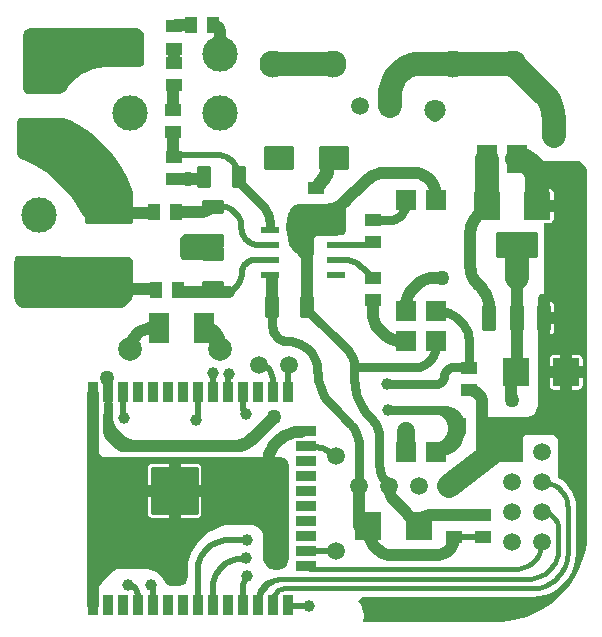
<source format=gbl>
G04 Layer_Physical_Order=2*
G04 Layer_Color=16711680*
%FSLAX25Y25*%
%MOIN*%
G70*
G01*
G75*
%ADD10C,0.01575*%
%ADD11C,0.03150*%
%ADD12C,0.01968*%
%ADD13C,0.03937*%
%ADD14C,0.05905*%
%ADD15C,0.07874*%
%ADD16C,0.11811*%
%ADD17C,0.05905*%
G04:AMPARAMS|DCode=21|XSize=39.37mil|YSize=55.91mil|CornerRadius=1.97mil|HoleSize=0mil|Usage=FLASHONLY|Rotation=270.000|XOffset=0mil|YOffset=0mil|HoleType=Round|Shape=RoundedRectangle|*
%AMROUNDEDRECTD21*
21,1,0.03937,0.05197,0,0,270.0*
21,1,0.03543,0.05591,0,0,270.0*
1,1,0.00394,-0.02598,-0.01772*
1,1,0.00394,-0.02598,0.01772*
1,1,0.00394,0.02598,0.01772*
1,1,0.00394,0.02598,-0.01772*
%
%ADD21ROUNDEDRECTD21*%
G04:AMPARAMS|DCode=22|XSize=45.67mil|YSize=71.65mil|CornerRadius=2.28mil|HoleSize=0mil|Usage=FLASHONLY|Rotation=0.000|XOffset=0mil|YOffset=0mil|HoleType=Round|Shape=RoundedRectangle|*
%AMROUNDEDRECTD22*
21,1,0.04567,0.06709,0,0,0.0*
21,1,0.04110,0.07165,0,0,0.0*
1,1,0.00457,0.02055,-0.03354*
1,1,0.00457,-0.02055,-0.03354*
1,1,0.00457,-0.02055,0.03354*
1,1,0.00457,0.02055,0.03354*
%
%ADD22ROUNDEDRECTD22*%
G04:AMPARAMS|DCode=23|XSize=45.67mil|YSize=71.65mil|CornerRadius=2.28mil|HoleSize=0mil|Usage=FLASHONLY|Rotation=90.000|XOffset=0mil|YOffset=0mil|HoleType=Round|Shape=RoundedRectangle|*
%AMROUNDEDRECTD23*
21,1,0.04567,0.06709,0,0,90.0*
21,1,0.04110,0.07165,0,0,90.0*
1,1,0.00457,0.03354,0.02055*
1,1,0.00457,0.03354,-0.02055*
1,1,0.00457,-0.03354,-0.02055*
1,1,0.00457,-0.03354,0.02055*
%
%ADD23ROUNDEDRECTD23*%
%ADD24C,0.01000*%
%ADD27R,0.05905X0.05905*%
%ADD28R,0.05905X0.05905*%
%ADD29C,0.05937*%
G04:AMPARAMS|DCode=30|XSize=59.37mil|YSize=59.37mil|CornerRadius=2.97mil|HoleSize=0mil|Usage=FLASHONLY|Rotation=180.000|XOffset=0mil|YOffset=0mil|HoleType=Round|Shape=RoundedRectangle|*
%AMROUNDEDRECTD30*
21,1,0.05937,0.05343,0,0,180.0*
21,1,0.05343,0.05937,0,0,180.0*
1,1,0.00594,-0.02672,0.02672*
1,1,0.00594,0.02672,0.02672*
1,1,0.00594,0.02672,-0.02672*
1,1,0.00594,-0.02672,-0.02672*
%
%ADD30ROUNDEDRECTD30*%
%ADD31C,0.07087*%
%ADD32C,0.09055*%
G04:AMPARAMS|DCode=33|XSize=66.93mil|YSize=90.55mil|CornerRadius=1.67mil|HoleSize=0mil|Usage=FLASHONLY|Rotation=180.000|XOffset=0mil|YOffset=0mil|HoleType=Round|Shape=RoundedRectangle|*
%AMROUNDEDRECTD33*
21,1,0.06693,0.08721,0,0,180.0*
21,1,0.06358,0.09055,0,0,180.0*
1,1,0.00335,-0.03179,0.04360*
1,1,0.00335,0.03179,0.04360*
1,1,0.00335,0.03179,-0.04360*
1,1,0.00335,-0.03179,-0.04360*
%
%ADD33ROUNDEDRECTD33*%
G04:AMPARAMS|DCode=34|XSize=98.42mil|YSize=78.74mil|CornerRadius=1.97mil|HoleSize=0mil|Usage=FLASHONLY|Rotation=180.000|XOffset=0mil|YOffset=0mil|HoleType=Round|Shape=RoundedRectangle|*
%AMROUNDEDRECTD34*
21,1,0.09842,0.07480,0,0,180.0*
21,1,0.09449,0.07874,0,0,180.0*
1,1,0.00394,-0.04724,0.03740*
1,1,0.00394,0.04724,0.03740*
1,1,0.00394,0.04724,-0.03740*
1,1,0.00394,-0.04724,-0.03740*
%
%ADD34ROUNDEDRECTD34*%
%ADD35C,0.07874*%
%ADD36C,0.02362*%
%ADD37C,0.03937*%
%ADD38C,0.05000*%
%ADD39C,0.03150*%
%ADD40C,0.01181*%
%ADD41C,0.02756*%
%ADD42C,0.04724*%
%ADD43R,0.07008X0.10000*%
G04:AMPARAMS|DCode=44|XSize=141.73mil|YSize=86.61mil|CornerRadius=4.33mil|HoleSize=0mil|Usage=FLASHONLY|Rotation=180.000|XOffset=0mil|YOffset=0mil|HoleType=Round|Shape=RoundedRectangle|*
%AMROUNDEDRECTD44*
21,1,0.14173,0.07795,0,0,180.0*
21,1,0.13307,0.08661,0,0,180.0*
1,1,0.00866,-0.06653,0.03898*
1,1,0.00866,0.06653,0.03898*
1,1,0.00866,0.06653,-0.03898*
1,1,0.00866,-0.06653,-0.03898*
%
%ADD44ROUNDEDRECTD44*%
G04:AMPARAMS|DCode=45|XSize=48mil|YSize=88mil|CornerRadius=2.4mil|HoleSize=0mil|Usage=FLASHONLY|Rotation=180.000|XOffset=0mil|YOffset=0mil|HoleType=Round|Shape=RoundedRectangle|*
%AMROUNDEDRECTD45*
21,1,0.04800,0.08320,0,0,180.0*
21,1,0.04320,0.08800,0,0,180.0*
1,1,0.00480,-0.02160,0.04160*
1,1,0.00480,0.02160,0.04160*
1,1,0.00480,0.02160,-0.04160*
1,1,0.00480,-0.02160,-0.04160*
%
%ADD45ROUNDEDRECTD45*%
G04:AMPARAMS|DCode=46|XSize=58mil|YSize=22mil|CornerRadius=1.1mil|HoleSize=0mil|Usage=FLASHONLY|Rotation=0.000|XOffset=0mil|YOffset=0mil|HoleType=Round|Shape=RoundedRectangle|*
%AMROUNDEDRECTD46*
21,1,0.05800,0.01980,0,0,0.0*
21,1,0.05580,0.02200,0,0,0.0*
1,1,0.00220,0.02790,-0.00990*
1,1,0.00220,-0.02790,-0.00990*
1,1,0.00220,-0.02790,0.00990*
1,1,0.00220,0.02790,0.00990*
%
%ADD46ROUNDEDRECTD46*%
G04:AMPARAMS|DCode=47|XSize=39.37mil|YSize=55.91mil|CornerRadius=1.97mil|HoleSize=0mil|Usage=FLASHONLY|Rotation=180.000|XOffset=0mil|YOffset=0mil|HoleType=Round|Shape=RoundedRectangle|*
%AMROUNDEDRECTD47*
21,1,0.03937,0.05197,0,0,180.0*
21,1,0.03543,0.05591,0,0,180.0*
1,1,0.00394,-0.01772,0.02598*
1,1,0.00394,0.01772,0.02598*
1,1,0.00394,0.01772,-0.02598*
1,1,0.00394,-0.01772,-0.02598*
%
%ADD47ROUNDEDRECTD47*%
G04:AMPARAMS|DCode=48|XSize=78.74mil|YSize=157.48mil|CornerRadius=3.94mil|HoleSize=0mil|Usage=FLASHONLY|Rotation=270.000|XOffset=0mil|YOffset=0mil|HoleType=Round|Shape=RoundedRectangle|*
%AMROUNDEDRECTD48*
21,1,0.07874,0.14961,0,0,270.0*
21,1,0.07087,0.15748,0,0,270.0*
1,1,0.00787,-0.07480,-0.03543*
1,1,0.00787,-0.07480,0.03543*
1,1,0.00787,0.07480,0.03543*
1,1,0.00787,0.07480,-0.03543*
%
%ADD48ROUNDEDRECTD48*%
G04:AMPARAMS|DCode=49|XSize=66.14mil|YSize=67.32mil|CornerRadius=3.31mil|HoleSize=0mil|Usage=FLASHONLY|Rotation=270.000|XOffset=0mil|YOffset=0mil|HoleType=Round|Shape=RoundedRectangle|*
%AMROUNDEDRECTD49*
21,1,0.06614,0.06071,0,0,270.0*
21,1,0.05953,0.06732,0,0,270.0*
1,1,0.00661,-0.03035,-0.02976*
1,1,0.00661,-0.03035,0.02976*
1,1,0.00661,0.03035,0.02976*
1,1,0.00661,0.03035,-0.02976*
%
%ADD49ROUNDEDRECTD49*%
G04:AMPARAMS|DCode=50|XSize=66.93mil|YSize=35.43mil|CornerRadius=3.9mil|HoleSize=0mil|Usage=FLASHONLY|Rotation=90.000|XOffset=0mil|YOffset=0mil|HoleType=Round|Shape=RoundedRectangle|*
%AMROUNDEDRECTD50*
21,1,0.06693,0.02764,0,0,90.0*
21,1,0.05913,0.03543,0,0,90.0*
1,1,0.00779,0.01382,0.02957*
1,1,0.00779,0.01382,-0.02957*
1,1,0.00779,-0.01382,-0.02957*
1,1,0.00779,-0.01382,0.02957*
%
%ADD50ROUNDEDRECTD50*%
G04:AMPARAMS|DCode=51|XSize=66.93mil|YSize=35.43mil|CornerRadius=3.9mil|HoleSize=0mil|Usage=FLASHONLY|Rotation=180.000|XOffset=0mil|YOffset=0mil|HoleType=Round|Shape=RoundedRectangle|*
%AMROUNDEDRECTD51*
21,1,0.06693,0.02764,0,0,180.0*
21,1,0.05913,0.03543,0,0,180.0*
1,1,0.00779,-0.02957,0.01382*
1,1,0.00779,0.02957,0.01382*
1,1,0.00779,0.02957,-0.01382*
1,1,0.00779,-0.02957,-0.01382*
%
%ADD51ROUNDEDRECTD51*%
G04:AMPARAMS|DCode=52|XSize=157.48mil|YSize=157.48mil|CornerRadius=2.36mil|HoleSize=0mil|Usage=FLASHONLY|Rotation=90.000|XOffset=0mil|YOffset=0mil|HoleType=Round|Shape=RoundedRectangle|*
%AMROUNDEDRECTD52*
21,1,0.15748,0.15276,0,0,90.0*
21,1,0.15276,0.15748,0,0,90.0*
1,1,0.00472,0.07638,0.07638*
1,1,0.00472,0.07638,-0.07638*
1,1,0.00472,-0.07638,-0.07638*
1,1,0.00472,-0.07638,0.07638*
%
%ADD52ROUNDEDRECTD52*%
G04:AMPARAMS|DCode=53|XSize=95mil|YSize=89mil|CornerRadius=4.45mil|HoleSize=0mil|Usage=FLASHONLY|Rotation=270.000|XOffset=0mil|YOffset=0mil|HoleType=Round|Shape=RoundedRectangle|*
%AMROUNDEDRECTD53*
21,1,0.09500,0.08010,0,0,270.0*
21,1,0.08610,0.08900,0,0,270.0*
1,1,0.00890,-0.04005,-0.04305*
1,1,0.00890,-0.04005,0.04305*
1,1,0.00890,0.04005,0.04305*
1,1,0.00890,0.04005,-0.04305*
%
%ADD53ROUNDEDRECTD53*%
%ADD54C,0.02362*%
G36*
X210335Y198228D02*
X211990Y196573D01*
X204000Y188583D01*
X203612Y188237D01*
X202771Y187626D01*
X201874Y187099D01*
X200930Y186663D01*
X199948Y186322D01*
X198937Y186079D01*
X197907Y185936D01*
X196869Y185895D01*
X196350Y185925D01*
X196350Y185925D01*
X160138D01*
X159760Y185925D01*
X159018Y186074D01*
X158320Y186366D01*
X157694Y186790D01*
X157428Y187060D01*
X157429Y187060D01*
X154823Y189665D01*
X154465Y189951D01*
X153873Y190651D01*
X153430Y191453D01*
X153151Y192327D01*
X153100Y192782D01*
X153100Y192782D01*
Y198600D01*
X154803Y198600D01*
X155037Y197821D01*
X155620Y196302D01*
X156349Y194848D01*
X157216Y193471D01*
X158214Y192187D01*
X159334Y191007D01*
X160564Y189942D01*
X161892Y189002D01*
X162589Y188583D01*
Y188583D01*
X196063Y188583D01*
X196878Y188623D01*
X198477Y188941D01*
X199983Y189565D01*
X201339Y190471D01*
X201944Y191019D01*
X201944Y191019D01*
X209744Y198819D01*
X210335Y198228D01*
D02*
G37*
G36*
X152778Y184200D02*
X212200Y184200D01*
X212495D01*
X213075Y184085D01*
X213621Y183858D01*
X214112Y183530D01*
X214530Y183112D01*
X214645Y182940D01*
X215194Y181218D01*
X215199Y181199D01*
X215199Y181199D01*
X215200Y181198D01*
X215200Y150800D01*
X215171Y150240D01*
X214834Y149170D01*
X214240Y148219D01*
X213426Y147447D01*
X212446Y146903D01*
X211360Y146622D01*
X210238Y146622D01*
X209152Y146902D01*
X208172Y147446D01*
X207358Y148218D01*
X206764Y149170D01*
X206427Y150239D01*
X206398Y150799D01*
X206398Y150800D01*
X206398Y157396D01*
X206393Y157787D01*
X206269Y158557D01*
X205997Y159289D01*
X205586Y159952D01*
X205053Y160523D01*
X204419Y160978D01*
X203708Y161300D01*
X203708Y161300D01*
X202948Y161477D01*
X202576Y161506D01*
X202559Y161509D01*
X202559Y161509D01*
X193908Y161509D01*
X192770Y161234D01*
X190569Y160439D01*
X188507Y159332D01*
X186629Y157936D01*
X184974Y156281D01*
X183578Y154402D01*
X182470Y152340D01*
X181936Y150861D01*
X181675Y150139D01*
X181401Y149003D01*
X181400Y149001D01*
X181400Y149001D01*
X181400Y149001D01*
X181400D01*
X181400Y148982D01*
X181399Y148401D01*
X181398Y147279D01*
X181397Y147202D01*
X181397Y147111D01*
X181397Y146140D01*
X181397Y146002D01*
X181397Y145963D01*
X181398Y144802D01*
X181399Y144221D01*
X181399Y144203D01*
X181399D01*
Y144203D01*
X181398Y144201D01*
X180836Y142472D01*
X180756Y142352D01*
X180352Y141947D01*
X180236Y141869D01*
X178504Y141300D01*
X178503Y141300D01*
X175325Y141300D01*
X173800Y142291D01*
X173609Y142780D01*
X173120Y143709D01*
X172495Y144552D01*
X171751Y145292D01*
X170903Y145911D01*
X169972Y146395D01*
X169218Y146651D01*
X168978Y146732D01*
X168978Y146732D01*
X167945Y146916D01*
X167429Y146948D01*
X167421Y146949D01*
X167421Y146949D01*
X167421Y146949D01*
X157830Y146949D01*
X156868Y146361D01*
X155075Y144998D01*
X153482Y143404D01*
X152579Y142217D01*
X152119Y141611D01*
X151531Y140650D01*
X151531Y140650D01*
Y140650D01*
X148819D01*
X148819Y185774D01*
X150651Y186493D01*
X152778Y184200D01*
D02*
G37*
G36*
X269092Y199353D02*
X269826Y199049D01*
X270487Y198607D01*
X270767Y198327D01*
X270768Y198327D01*
X270978Y198116D01*
X271309Y197621D01*
X271537Y197070D01*
X271653Y196486D01*
X271653Y196188D01*
X271654Y196188D01*
X271654Y190847D01*
X271654Y190729D01*
X271608Y190500D01*
X271518Y190284D01*
X271388Y190089D01*
X271305Y190006D01*
X271305Y190006D01*
X267200Y186909D01*
X263386Y188976D01*
X264008Y189044D01*
X265201Y189413D01*
X266263Y190070D01*
X267126Y190973D01*
X267734Y192064D01*
X268048Y193273D01*
X268048Y194522D01*
X267734Y195731D01*
X267126Y196822D01*
X266263Y197725D01*
X265201Y198382D01*
X264008Y198751D01*
X263386Y198819D01*
Y198819D01*
X267916Y199508D01*
X268314Y199508D01*
X269092Y199353D01*
D02*
G37*
G36*
X311610Y282824D02*
X312402Y282484D01*
X313110Y281991D01*
X313704Y281366D01*
X314159Y280634D01*
X314458Y279826D01*
X314551Y279214D01*
X314551Y159842D01*
X314551Y158344D01*
X314258Y155362D01*
X313673Y152423D01*
X312803Y149556D01*
X311656Y146788D01*
X310244Y144145D01*
X308579Y141654D01*
X306679Y139338D01*
X304560Y137219D01*
X302243Y135318D01*
X299752Y133653D01*
X297110Y132241D01*
X294341Y131094D01*
X291474Y130224D01*
X288535Y129640D01*
X285553Y129346D01*
X284055D01*
X240057Y129357D01*
X239745Y129748D01*
X239946Y130631D01*
X239949Y130732D01*
X239966Y130832D01*
X239922Y132403D01*
X239899Y132501D01*
X239891Y132601D01*
X239458Y134113D01*
X239412Y134202D01*
X239379Y134298D01*
X238584Y135653D01*
X238517Y135729D01*
X238462Y135813D01*
X238200Y136077D01*
Y136300D01*
X239573Y137673D01*
X296511D01*
Y137657D01*
X298512Y137815D01*
X300465Y138284D01*
X302320Y139052D01*
X304031Y140101D01*
X305558Y141405D01*
X305547Y141416D01*
X306952Y142821D01*
X306963Y142810D01*
X308267Y144337D01*
X309316Y146049D01*
X310085Y147904D01*
X310553Y149856D01*
X310711Y151858D01*
X310695D01*
Y167439D01*
X310706D01*
X310567Y169212D01*
X310151Y170942D01*
X309471Y172585D01*
X308541Y174102D01*
X307386Y175455D01*
X306033Y176610D01*
X304700Y177427D01*
X304700Y189522D01*
X304639Y189936D01*
X304283Y190688D01*
X303664Y191244D01*
X302953Y191493D01*
X302922Y191504D01*
X302922D01*
X302878Y191519D01*
X302463Y191535D01*
X302461Y191535D01*
X302461Y191535D01*
X301968Y191535D01*
X294291Y191535D01*
X294008Y191498D01*
X293496Y191251D01*
X293133Y190813D01*
X293005Y190340D01*
Y183261D01*
X293005Y183261D01*
Y183125D01*
X292901Y182874D01*
X292709Y182683D01*
X292458Y182579D01*
X278937D01*
X278937Y196548D01*
X278937Y196555D01*
X278937Y196569D01*
X278937Y196583D01*
X278938Y196598D01*
X278938Y196605D01*
X278944Y196793D01*
X279097Y197137D01*
X279367Y197398D01*
X279716Y197539D01*
X279904Y197539D01*
X290748Y197539D01*
X290748Y197546D01*
X292998D01*
X294291Y197638D01*
X294721Y197718D01*
X295545Y198002D01*
X296299Y198442D01*
X296952Y199020D01*
X297480Y199714D01*
X297862Y200498D01*
X298084Y201342D01*
X298138Y202213D01*
X298100Y202648D01*
X298100Y202648D01*
X298100Y225175D01*
X298131D01*
Y230599D01*
Y236023D01*
X298100D01*
Y237300D01*
X298100Y237579D01*
X298313Y238093D01*
X298707Y238487D01*
X299221Y238700D01*
X299500D01*
X299500Y238700D01*
X300205Y238700D01*
X300205Y262222D01*
X301805D01*
X302369Y262334D01*
X302847Y262653D01*
X303166Y263131D01*
X303278Y263695D01*
Y266032D01*
X297800D01*
Y269969D01*
X303278D01*
Y272305D01*
X303166Y272869D01*
X302847Y273347D01*
X302369Y273666D01*
X301805Y273778D01*
X298181D01*
X297420Y276626D01*
X296252Y280875D01*
X295767Y282599D01*
X296070Y282997D01*
X310335Y282998D01*
X310766Y282998D01*
X311610Y282824D01*
D02*
G37*
G36*
X139214Y251169D02*
X139498Y250886D01*
X161712Y250886D01*
X161986Y250886D01*
X162493Y250676D01*
X162881Y250288D01*
X163091Y249781D01*
X163091Y249507D01*
X163091Y249507D01*
X163091Y238386D01*
X163005Y237898D01*
X162646Y236974D01*
X162114Y236138D01*
X161429Y235422D01*
X161023Y235138D01*
X161024D01*
X160719Y234834D01*
X160004Y234355D01*
X159209Y234026D01*
X158365Y233858D01*
X157934Y233858D01*
X132600D01*
X127362Y233858D01*
X126985Y233837D01*
X126238Y233951D01*
X125530Y234217D01*
X124892Y234622D01*
X124351Y235149D01*
X123929Y235776D01*
X123646Y236477D01*
X123512Y237221D01*
X123524Y237598D01*
Y237598D01*
X123524Y249311D01*
Y249624D01*
X123586Y249776D01*
Y250179D01*
Y250418D01*
X123770Y250862D01*
X124109Y251201D01*
X124552Y251384D01*
X124792D01*
X124792Y251384D01*
X138414Y251384D01*
X138695D01*
X139214Y251169D01*
D02*
G37*
G36*
X133878Y297412D02*
X135478Y297387D01*
X137078Y297387D01*
X138679Y297412D01*
X139479Y297434D01*
Y297434D01*
X139979Y297297D01*
X140964Y296968D01*
X141929Y296585D01*
X142871Y296148D01*
X143329Y295904D01*
X143329D01*
X143697Y295718D01*
X144425Y295330D01*
X145144Y294926D01*
X145854Y294508D01*
X146205Y294291D01*
X146205Y294291D01*
X147654Y293321D01*
X150388Y291157D01*
X152941Y288781D01*
X155296Y286210D01*
X157438Y283458D01*
X159354Y280545D01*
X161032Y277488D01*
X162460Y274307D01*
X163045Y272665D01*
X163045Y272665D01*
X163050Y272022D01*
X163055Y270735D01*
X163055Y269449D01*
X163050Y268162D01*
X163045Y267519D01*
X163045Y267508D01*
X163029Y267493D01*
X163007Y267493D01*
X162992Y267509D01*
X162992Y267520D01*
X162992Y267520D01*
X162318Y266620D01*
X160677Y265084D01*
X158793Y263856D01*
X156725Y262975D01*
X154535Y262467D01*
X152290Y262348D01*
X150058Y262621D01*
X147908Y263278D01*
X146907Y263788D01*
X146080Y265450D01*
X144193Y268646D01*
X142012Y271649D01*
X139556Y274432D01*
X136848Y276969D01*
X133911Y279238D01*
X130772Y281219D01*
X127459Y282893D01*
X125747Y283610D01*
X125747Y283610D01*
X125405Y283931D01*
X124864Y284699D01*
X124491Y285561D01*
X124300Y286480D01*
X124300Y286949D01*
Y286950D01*
X124300Y295503D01*
Y295887D01*
X124594Y296597D01*
X125137Y297140D01*
X125847Y297434D01*
X126232D01*
X126232Y297434D01*
X127087Y297411D01*
X128799Y297384D01*
X130510Y297384D01*
X132222Y297411D01*
X133078Y297434D01*
Y297434D01*
X133878Y297412D01*
D02*
G37*
G36*
X128937Y327165D02*
X164156D01*
Y327165D01*
X164413Y327165D01*
X164918Y327066D01*
X165394Y326870D01*
X165823Y326586D01*
X166189Y326224D01*
X166478Y325799D01*
X166679Y325325D01*
X166785Y324821D01*
X166788Y324564D01*
X166885Y316207D01*
X166885Y316207D01*
X166889Y315824D01*
X166602Y315112D01*
X166063Y314567D01*
X165355Y314272D01*
X164972D01*
X154823Y314271D01*
X154823Y314271D01*
X153797Y314246D01*
X151762Y314003D01*
X149773Y313508D01*
X147861Y312769D01*
X146056Y311797D01*
X144386Y310607D01*
X142879Y309219D01*
X141556Y307653D01*
X140970Y306811D01*
X140970Y306811D01*
X140761Y306489D01*
X140198Y305968D01*
X139523Y305602D01*
X138780Y305413D01*
X128051D01*
X127703Y305413D01*
X127059Y305680D01*
X126567Y306173D01*
X126300Y306816D01*
X126300Y307165D01*
X126300Y324528D01*
Y324528D01*
X126300Y324788D01*
X126401Y325297D01*
X126600Y325777D01*
X126889Y326209D01*
X127256Y326577D01*
X127688Y326865D01*
X128168Y327064D01*
X128677Y327165D01*
X128937Y327165D01*
D02*
G37*
G36*
X234154Y259941D02*
Y259589D01*
X233884Y258937D01*
X233385Y258439D01*
X232734Y258169D01*
X232382D01*
X224902Y258169D01*
X224594Y258139D01*
X224026Y257904D01*
X223592Y257470D01*
X223357Y256902D01*
X223327Y256594D01*
Y256594D01*
X223327Y253543D01*
X223312Y253697D01*
X223194Y253981D01*
X222977Y254198D01*
X222693Y254316D01*
X222539Y254331D01*
X222539Y254331D01*
X217520Y252362D01*
X217189Y252559D01*
X216586Y253034D01*
X216050Y253585D01*
X215591Y254202D01*
X215217Y254873D01*
X214934Y255587D01*
X214747Y256333D01*
X214659Y257096D01*
X214665Y257480D01*
X214665Y257480D01*
X214663Y257497D01*
X214657Y257531D01*
X214650Y257564D01*
X214642Y257598D01*
X214637Y257614D01*
X214637D01*
X214344Y258692D01*
X214128Y260915D01*
X214287Y263143D01*
X214816Y265312D01*
X215259Y266338D01*
X215479Y266805D01*
X216144Y267597D01*
X216989Y268193D01*
X217958Y268552D01*
X218473Y268602D01*
X218473Y268602D01*
X234154Y268602D01*
Y259941D01*
D02*
G37*
G36*
X190059Y249803D02*
X180709Y249803D01*
X180346D01*
X179677Y250080D01*
X179165Y250593D01*
X178888Y251262D01*
X178888Y251624D01*
X178888Y256742D01*
X178888Y257085D01*
X179150Y257718D01*
X179634Y258202D01*
X180268Y258465D01*
X180610Y258465D01*
X190059Y258465D01*
Y249803D01*
D02*
G37*
%LPC*%
G36*
X184638Y181898D02*
X178969D01*
Y174969D01*
X185898D01*
Y180638D01*
X185802Y181120D01*
X185529Y181529D01*
X185120Y181802D01*
X184638Y181898D01*
D02*
G37*
G36*
X175031Y171031D02*
X168102D01*
Y165362D01*
X168198Y164880D01*
X168471Y164471D01*
X168880Y164198D01*
X169362Y164102D01*
X175031D01*
Y171031D01*
D02*
G37*
G36*
X185898D02*
X178969D01*
Y164102D01*
X184638D01*
X185120Y164198D01*
X185529Y164471D01*
X185802Y164880D01*
X185898Y165362D01*
Y171031D01*
D02*
G37*
G36*
X175031Y181898D02*
X169362D01*
X168880Y181802D01*
X168471Y181529D01*
X168198Y181120D01*
X168102Y180638D01*
Y174969D01*
X175031D01*
Y181898D01*
D02*
G37*
G36*
X311455Y218278D02*
X309418D01*
Y214469D01*
X312928D01*
Y216805D01*
X312816Y217369D01*
X312496Y217847D01*
X312018Y218166D01*
X311455Y218278D01*
D02*
G37*
G36*
X303524Y228631D02*
X302068D01*
Y225175D01*
X302260D01*
X302744Y225271D01*
X303154Y225545D01*
X303428Y225955D01*
X303524Y226439D01*
Y228631D01*
D02*
G37*
G36*
X302260Y236023D02*
X302068D01*
Y232568D01*
X303524D01*
Y234759D01*
X303428Y235243D01*
X303154Y235653D01*
X302744Y235927D01*
X302260Y236023D01*
D02*
G37*
G36*
X305481Y218278D02*
X303445D01*
X302881Y218166D01*
X302403Y217847D01*
X302083Y217369D01*
X301971Y216805D01*
Y214469D01*
X305481D01*
Y218278D01*
D02*
G37*
G36*
X278937Y196548D02*
Y196548D01*
D01*
Y196548D01*
D02*
G37*
G36*
X305481Y210531D02*
X301971D01*
Y208195D01*
X302083Y207631D01*
X302403Y207153D01*
X302881Y206834D01*
X303445Y206722D01*
X305481D01*
Y210531D01*
D02*
G37*
G36*
X312928D02*
X309418D01*
Y206722D01*
X311455D01*
X312018Y206834D01*
X312496Y207153D01*
X312816Y207631D01*
X312928Y208195D01*
Y210531D01*
D02*
G37*
%LPD*%
D10*
X213433Y143701D02*
X212453Y143646D01*
X211486Y143481D01*
X210542Y143210D01*
X209636Y142834D01*
X208777Y142359D01*
X207976Y141791D01*
X207244Y141137D01*
X206591Y140406D01*
X206023Y139605D01*
X205548Y138746D01*
X205172Y137839D01*
X204901Y136896D01*
X204736Y135929D01*
X204681Y134949D01*
X211122Y143405D02*
X210115Y143326D01*
X209132Y143090D01*
X208198Y142703D01*
X207336Y142175D01*
X206568Y141519D01*
X205911Y140751D01*
X205383Y139889D01*
X204996Y138955D01*
X204760Y137972D01*
X204681Y136965D01*
X294770Y143701D02*
X295750Y143749D01*
X296721Y143893D01*
X297673Y144131D01*
X298597Y144462D01*
X299484Y144882D01*
X300325Y145386D01*
X301114Y145971D01*
X301841Y146630D01*
X302500Y147357D01*
X303084Y148145D01*
X303589Y148987D01*
X304009Y149874D01*
X304339Y150798D01*
X304578Y151750D01*
X304721Y152721D01*
X304770Y153701D01*
Y160585D02*
X304666Y161638D01*
X304359Y162651D01*
X303860Y163584D01*
X303188Y164403D01*
X302370Y165074D01*
X301436Y165573D01*
X300424Y165881D01*
X299370Y165984D01*
X290433Y147047D02*
X291434Y147103D01*
X292422Y147271D01*
X293385Y147549D01*
X294311Y147932D01*
X295188Y148417D01*
X296005Y148997D01*
X296753Y149665D01*
X297420Y150412D01*
X298000Y151230D01*
X298485Y152107D01*
X298869Y153033D01*
X299146Y153996D01*
X299314Y154984D01*
X299370Y155984D01*
X210671Y139087D02*
X210132Y138297D01*
X209795Y137402D01*
X209681Y136453D01*
X213681Y140453D02*
X212561Y140293D01*
X211530Y139825D01*
X210671Y139087D01*
X296511Y140453D02*
X297491Y140501D01*
X298462Y140645D01*
X299413Y140883D01*
X300337Y141214D01*
X301225Y141633D01*
X302066Y142138D01*
X302855Y142723D01*
X303582Y143382D01*
X304987Y144787D02*
X305645Y145514D01*
X306230Y146302D01*
X306735Y147144D01*
X307154Y148031D01*
X307485Y148955D01*
X307723Y149907D01*
X307867Y150877D01*
X307915Y151858D01*
Y167439D02*
X307853Y168469D01*
X307667Y169484D01*
X307360Y170469D01*
X306937Y171410D01*
X306403Y172293D01*
X305766Y173106D01*
X305037Y173835D01*
X304224Y174472D01*
X303341Y175005D01*
X302400Y175429D01*
X301415Y175736D01*
X300400Y175922D01*
X299370Y175984D01*
X204681Y134949D02*
Y136965D01*
X213433Y143701D02*
X294770D01*
X304770Y153701D02*
Y160585D01*
X222736Y147047D02*
X290433D01*
X209681Y134949D02*
Y136453D01*
X213681Y140453D02*
X296511D01*
X303582Y143382D02*
X304987Y144787D01*
X307915Y151858D02*
Y167439D01*
D11*
X154681Y198583D02*
X154729Y197602D01*
X154873Y196632D01*
X155112Y195680D01*
X155442Y194756D01*
X155862Y193869D01*
X156366Y193027D01*
X156951Y192239D01*
X157610Y191512D01*
X158337Y190853D01*
X159125Y190268D01*
X159967Y189763D01*
X160854Y189344D01*
X161778Y189013D01*
X162730Y188775D01*
X163701Y188631D01*
X164681Y188583D01*
X224317Y215053D02*
X224044Y216056D01*
X223669Y217025D01*
X223195Y217950D01*
X222627Y218820D01*
X221973Y219627D01*
X221238Y220362D01*
X220431Y221017D01*
X219561Y221584D01*
X218636Y222058D01*
X217667Y222433D01*
X216664Y222706D01*
X237811Y191477D02*
X237498Y192296D01*
X237113Y193084D01*
X236661Y193835D01*
X236145Y194544D01*
X248362Y263362D02*
X249325Y263446D01*
X250259Y263697D01*
X251135Y264105D01*
X251927Y264660D01*
X252610Y265343D01*
X253165Y266135D01*
X253573Y267011D01*
X253823Y267945D01*
X253908Y268908D01*
X208700Y261572D02*
X208652Y262552D01*
X208508Y263523D01*
X208269Y264475D01*
X207939Y265399D01*
X207519Y266286D01*
X207015Y267128D01*
X206430Y267916D01*
X205771Y268643D01*
X224544Y212933D02*
X224574Y211957D01*
X224662Y210984D01*
X224809Y210018D01*
X225014Y209063D01*
X225276Y208121D01*
X225595Y207198D01*
X225969Y206295D01*
X226397Y205417D01*
X226877Y204566D01*
X227407Y203746D01*
X227986Y202958D01*
X228612Y202208D01*
X229281Y201497D01*
X224544Y212933D02*
X224511Y213741D01*
X224414Y214543D01*
X216664Y222706D02*
X215610Y222876D01*
X214544Y222933D01*
X209498Y227979D02*
X209595Y226994D01*
X209882Y226048D01*
X210349Y225176D01*
X210976Y224411D01*
X211741Y223783D01*
X212613Y223317D01*
X213560Y223030D01*
X214544Y222933D01*
X238327Y188309D02*
X238269Y189382D01*
X238097Y190442D01*
X237812Y191477D01*
X272016Y194634D02*
X271933Y195583D01*
X271686Y196503D01*
X271284Y197366D01*
X270737Y198146D01*
X270064Y198820D01*
X269284Y199366D01*
X268420Y199769D01*
X267500Y200015D01*
X266551Y200098D01*
X263526Y208465D02*
X264615Y208650D01*
X265580Y209186D01*
X266314Y210011D01*
X266732Y211033D01*
X270093Y214394D02*
X269055Y214229D01*
X268118Y213752D01*
X267374Y213008D01*
X266897Y212071D01*
X266732Y211033D01*
X269931Y231401D02*
X269117Y231862D01*
X268263Y232244D01*
X267377Y232545D01*
X266467Y232762D01*
X265541Y232893D01*
X264606Y232937D01*
X269931Y231401D02*
X269020Y231854D01*
X268066Y232211D01*
X267082Y232469D01*
X266076Y232625D01*
X265059Y232677D01*
X275000Y222736D02*
X274954Y223691D01*
X274816Y224638D01*
X274589Y225567D01*
X274273Y226469D01*
X273871Y227337D01*
X273388Y228163D01*
X272829Y228938D01*
X272197Y229656D01*
X271499Y230309D01*
X270741Y230893D01*
X269931Y231401D01*
X245109Y182374D02*
X245151Y181416D01*
X245276Y180466D01*
X245484Y179531D01*
X245772Y178617D01*
X246139Y177731D01*
X246581Y176881D01*
X247096Y176073D01*
X247679Y175313D01*
X248327Y174606D01*
X236819Y210507D02*
X236848Y209481D01*
X236934Y208458D01*
X237078Y207441D01*
X237278Y206434D01*
X237535Y205440D01*
X237846Y204462D01*
X238213Y203502D01*
X238632Y202565D01*
X239103Y201653D01*
X239625Y200769D01*
X240195Y199915D01*
X240813Y199095D01*
X241475Y198310D01*
X242180Y197564D01*
X245109Y190493D02*
X245061Y191473D01*
X244917Y192444D01*
X244679Y193396D01*
X244348Y194320D01*
X243929Y195207D01*
X243424Y196049D01*
X242839Y196837D01*
X242180Y197564D01*
X256575Y214173D02*
X257538Y214236D01*
X258485Y214424D01*
X259398Y214735D01*
X260263Y215161D01*
X261066Y215697D01*
X261791Y216334D01*
X262427Y217059D01*
X262963Y217861D01*
X263390Y218726D01*
X263700Y219640D01*
X263888Y220586D01*
X263951Y221549D01*
X236819Y214173D02*
X236766Y215129D01*
X236605Y216072D01*
X236340Y216992D01*
X235974Y217876D01*
X235511Y218714D01*
X234958Y219494D01*
X234320Y220208D01*
X164692Y188583D02*
X195858D01*
X198900D01*
X154681Y198583D02*
Y202099D01*
Y205815D02*
Y211461D01*
X221112Y233415D02*
X234320Y220208D01*
X243000Y263362D02*
X248362D01*
X154528Y210728D02*
Y211614D01*
X199114Y275300D02*
Y277362D01*
Y275300D02*
X205771Y268643D01*
X229281Y201497D02*
X235398Y195380D01*
X209498Y227979D02*
Y233415D01*
X238327Y158169D02*
Y161417D01*
Y174606D02*
Y188309D01*
X248031Y200098D02*
X266551D01*
X247638Y208465D02*
X263526D01*
X275000Y214000D02*
Y222736D01*
X270093Y214394D02*
X274606D01*
X236819Y210507D02*
Y214173D01*
X245109Y182374D02*
Y190493D01*
X236819Y214173D02*
X256575D01*
D12*
X201305Y144488D02*
X200615Y143648D01*
X200103Y142690D01*
X199788Y141650D01*
X199681Y140568D01*
X194681Y156504D02*
X193701Y156456D01*
X192730Y156312D01*
X191778Y156073D01*
X190854Y155743D01*
X189967Y155323D01*
X189125Y154818D01*
X188337Y154234D01*
X187610Y153575D01*
X186951Y152848D01*
X186366Y152059D01*
X185862Y151218D01*
X185442Y150330D01*
X185112Y149407D01*
X184873Y148455D01*
X184729Y147484D01*
X184681Y146504D01*
X199681Y150492D02*
X198701Y150444D01*
X197730Y150300D01*
X196778Y150062D01*
X195854Y149731D01*
X194967Y149311D01*
X194125Y148807D01*
X193337Y148222D01*
X192610Y147563D01*
X191951Y146836D01*
X191366Y146048D01*
X190862Y145206D01*
X190442Y144319D01*
X190112Y143395D01*
X189873Y142443D01*
X189729Y141472D01*
X189681Y140492D01*
X199681Y201443D02*
X199820Y200377D01*
X200227Y199382D01*
X200876Y198525D01*
X214681Y134949D02*
X214886Y134744D01*
X195607Y239587D02*
X196427Y240075D01*
X197172Y240671D01*
X197828Y241364D01*
X198383Y242140D01*
X198826Y242985D01*
X199148Y243882D01*
X199344Y244816D01*
X199409Y245768D01*
X184999Y277799D02*
X185000Y277800D01*
X200130Y248130D02*
X199735Y247396D01*
X199492Y246598D01*
X199409Y245768D01*
X201279Y249279D02*
X200649Y248760D01*
X200130Y248130D01*
X224414Y214543D02*
X224317Y215053D01*
X209681Y210319D02*
X209564Y211361D01*
X209218Y212350D01*
X208660Y213238D01*
X207919Y213979D01*
X207031Y214536D01*
X206042Y214883D01*
X205000Y215000D01*
X229614Y184953D02*
X228887Y185612D01*
X228099Y186197D01*
X227257Y186701D01*
X226370Y187121D01*
X225446Y187451D01*
X224494Y187690D01*
X223523Y187834D01*
X222543Y187882D01*
X200876Y198525D02*
X200900Y198500D01*
X199213Y260728D02*
X199141Y261729D01*
X198928Y262709D01*
X198577Y263649D01*
X198097Y264529D01*
X197496Y265332D01*
X196786Y266041D01*
X195983Y266642D01*
X195103Y267123D01*
X194163Y267473D01*
X193183Y267687D01*
X192183Y267758D01*
X199213Y260728D02*
X199300Y259734D01*
X199558Y258769D01*
X199980Y257864D01*
X200553Y257046D01*
X201259Y256340D01*
X202077Y255767D01*
X202982Y255346D01*
X203946Y255087D01*
X204941Y255000D01*
X192486Y238844D02*
X193326Y238895D01*
X194154Y239048D01*
X194957Y239300D01*
X203642Y250000D02*
X202812Y249918D01*
X202014Y249674D01*
X201279Y249279D01*
X239929Y247071D02*
X239202Y247730D01*
X238414Y248315D01*
X237572Y248819D01*
X236685Y249239D01*
X235761Y249569D01*
X234809Y249808D01*
X233838Y249952D01*
X232858Y250000D01*
X198260Y278217D02*
X198133Y279148D01*
X197887Y280056D01*
X197526Y280924D01*
X197055Y281738D01*
X196483Y282485D01*
X195819Y283151D01*
X195075Y283726D01*
X194263Y284200D01*
X193225Y284622D01*
X192135Y284879D01*
X191019Y284965D01*
X198278Y277706D02*
X198260Y278217D01*
X236145Y194544D02*
X235398Y195380D01*
X238327Y164626D02*
X238484Y163634D01*
X238940Y162740D01*
X239649Y162030D01*
X240544Y161574D01*
X241535Y161417D01*
X241535D02*
X241570Y160590D01*
X241673Y159768D01*
X164681Y138370D02*
X164516Y139409D01*
X164039Y140346D01*
X163295Y141090D01*
X162358Y141568D01*
X161319Y141732D01*
X266732Y211033D02*
X266811Y211750D01*
X221112Y251388D02*
X220960Y252425D01*
X220517Y253375D01*
X219819Y254157D01*
X218926Y254707D01*
X217913Y254976D01*
X176480Y276900D02*
X176752Y277013D01*
X217913Y254976D02*
X217500Y255000D01*
X257948Y278895D02*
X257696Y279000D01*
X199681Y134949D02*
Y140568D01*
X184681Y195976D02*
Y205815D01*
Y134949D02*
Y146504D01*
X194681Y156504D02*
X201138D01*
X189681Y134949D02*
Y140492D01*
X199681Y150492D02*
X200787D01*
X154692Y202099D02*
Y205815D01*
X199681Y201443D02*
Y205815D01*
X214886Y134744D02*
X221654D01*
X159681Y197917D02*
Y205815D01*
X220657Y152953D02*
X231299D01*
X230900Y255000D02*
X242000D01*
X270079Y157480D02*
X279626D01*
X214681Y205815D02*
Y214681D01*
X209681Y205815D02*
Y210319D01*
X204941Y255000D02*
X208700D01*
X189750Y238844D02*
X192486D01*
X203642Y250000D02*
X208700D01*
X253000Y222905D02*
X253984D01*
X230900Y250000D02*
X232858D01*
X239929Y247071D02*
X243000Y244000D01*
X217913Y255413D02*
Y256693D01*
X208700Y260000D02*
Y261572D01*
X198260Y278217D02*
X199114Y277362D01*
X177854Y284965D02*
X191019D01*
X164681Y134949D02*
Y138370D01*
X169681Y134949D02*
Y141146D01*
X189681Y205815D02*
Y212189D01*
X194681Y205815D02*
Y211709D01*
X263984Y232937D02*
X264606D01*
X217500Y255000D02*
X217913Y255413D01*
D13*
X289200Y203713D02*
X289469Y203445D01*
X263984Y244000D02*
X263004Y243952D01*
X262033Y243808D01*
X261081Y243569D01*
X260157Y243239D01*
X259270Y242819D01*
X258429Y242315D01*
X257640Y241730D01*
X256913Y241071D01*
X256254Y240344D01*
X255670Y239556D01*
X255165Y238714D01*
X254746Y237827D01*
X254415Y236903D01*
X254176Y235951D01*
X254032Y234980D01*
X253984Y234000D01*
X289469Y211811D02*
X290551Y212260D01*
X291000Y213342D01*
X244759Y227241D02*
X245312Y226511D01*
X245929Y225834D01*
X246605Y225217D01*
X247335Y224665D01*
X263984Y185937D02*
X264952Y185996D01*
X265906Y186170D01*
X266832Y186459D01*
X267717Y186857D01*
X268547Y187359D01*
X269310Y187957D01*
X269996Y188643D01*
X270594Y189406D01*
X271096Y190236D01*
X271494Y191121D01*
X271782Y192046D01*
X271957Y193000D01*
X272016Y193968D01*
X226858Y266638D02*
X227838Y266686D01*
X228809Y266830D01*
X229761Y267068D01*
X230685Y267399D01*
X231572Y267819D01*
X232414Y268323D01*
X233202Y268908D01*
X233929Y269567D01*
X219094Y192717D02*
X218115Y192674D01*
X217143Y192546D01*
X216186Y192334D01*
X215251Y192039D01*
X214346Y191664D01*
X213476Y191211D01*
X212650Y190684D01*
X211872Y190088D01*
X211149Y189426D01*
X210487Y188703D01*
X209890Y187925D01*
X209364Y187098D01*
X208911Y186229D01*
X208536Y185323D01*
X208241Y184388D01*
X208029Y183431D01*
X207901Y182460D01*
X207858Y181480D01*
X185505Y266000D02*
X186444Y266074D01*
X187360Y266294D01*
X188230Y266654D01*
X189033Y267146D01*
X189750Y267758D01*
X243000Y232906D02*
X243050Y231904D01*
X243201Y230912D01*
X243450Y229940D01*
X243795Y228998D01*
X244233Y228095D01*
X244759Y227241D01*
X247335Y224665D02*
X248190Y224138D01*
X249092Y223701D01*
X250034Y223355D01*
X251006Y223106D01*
X251998Y222956D01*
X253000Y222905D01*
X176752Y308213D02*
X176352Y307247D01*
X248721Y172178D02*
X249050Y171352D01*
X249474Y170570D01*
X249984Y169842D01*
X250576Y169177D01*
X192000Y222051D02*
X191898Y223085D01*
X191597Y224079D01*
X191107Y224995D01*
X190448Y225798D01*
X189645Y226457D01*
X188729Y226947D01*
X187735Y227249D01*
X186701Y227350D01*
X177216Y320342D02*
X176752Y319221D01*
X169539Y227350D02*
X168566Y227287D01*
X167608Y227096D01*
X166684Y226782D01*
X165809Y226351D01*
X164998Y225809D01*
X164264Y225165D01*
X163620Y224431D01*
X163078Y223620D01*
X162647Y222745D01*
X162333Y221821D01*
X162143Y220864D01*
X162079Y219890D01*
X277264Y264074D02*
X276705Y263202D01*
X276240Y262278D01*
X275873Y261309D01*
X275607Y260309D01*
X275447Y259286D01*
X275394Y258252D01*
Y248532D02*
X275441Y247563D01*
X275582Y246603D01*
X275815Y245661D01*
X276138Y244747D01*
X276548Y243867D01*
X277042Y243032D01*
X277614Y242249D01*
X278259Y241525D01*
X278316Y241467D01*
X281900Y233741D02*
X281852Y234721D01*
X281708Y235692D01*
X281469Y236644D01*
X281139Y237568D01*
X280719Y238455D01*
X280215Y239297D01*
X279630Y240085D01*
X278971Y240812D01*
X278323Y265323D02*
X277768Y264720D01*
X277264Y264074D01*
X177319Y328398D02*
X176724Y327803D01*
X150840Y178326D02*
X151343Y177479D01*
X151927Y176685D01*
X152587Y175952D01*
X153315Y175288D01*
X154105Y174699D01*
X154949Y174191D01*
X155839Y173768D01*
X156766Y173434D01*
X157722Y173194D01*
X158697Y173049D01*
X159681Y173000D01*
X290641Y194634D02*
X291240Y194882D01*
X279378Y202260D02*
X279268Y203234D01*
X278944Y204159D01*
X278423Y204990D01*
X277730Y205683D01*
X276900Y206204D01*
X275974Y206528D01*
X275000Y206638D01*
X241673Y159768D02*
X241734Y158769D01*
X241914Y157784D01*
X242212Y156828D01*
X242623Y155915D01*
X243141Y155058D01*
X243759Y154270D01*
X244466Y153562D01*
X245255Y152944D01*
X246112Y152426D01*
X247025Y152015D01*
X247981Y151717D01*
X248966Y151537D01*
X249965Y151476D01*
X264075D02*
X265117Y151568D01*
X266128Y151838D01*
X267077Y152281D01*
X267934Y152881D01*
X268674Y153621D01*
X269274Y154478D01*
X269717Y155427D01*
X269988Y156438D01*
X270079Y157480D01*
X192000Y326193D02*
X191705Y327295D01*
X190898Y328102D01*
X189795Y328398D01*
X224785Y260100D02*
X223851Y260008D01*
X222954Y259736D01*
X222127Y259294D01*
X221402Y258699D01*
X220806Y257973D01*
X220364Y257146D01*
X220092Y256248D01*
X220000Y255315D01*
X248327Y174606D02*
X248426Y173376D01*
X248721Y172178D01*
X261761Y164842D02*
X260702Y164675D01*
X259747Y164188D01*
X258990Y163431D01*
X258503Y162476D01*
X258335Y161417D01*
X230899Y260100D02*
X230819Y261123D01*
X230579Y262120D01*
X230187Y263068D01*
X229651Y263943D01*
X228984Y264723D01*
X228204Y265389D01*
X227330Y265925D01*
X226382Y266318D01*
X225384Y266557D01*
X224361Y266638D01*
X247504Y279000D02*
X246524Y278952D01*
X245553Y278808D01*
X244601Y278569D01*
X243677Y278239D01*
X242790Y277819D01*
X241949Y277315D01*
X241160Y276730D01*
X240433Y276071D01*
X263984Y271736D02*
X263913Y272750D01*
X263701Y273745D01*
X263352Y274700D01*
X262873Y275597D01*
X262274Y276418D01*
X261566Y277148D01*
X260763Y277771D01*
X259880Y278276D01*
X258936Y278654D01*
X257948Y278895D01*
X289200Y203713D02*
Y213000D01*
X253984Y232937D02*
Y234000D01*
X263984Y244000D02*
X265941D01*
X176352Y285340D02*
Y292638D01*
X253937Y192913D02*
X253984Y192866D01*
X189750Y256144D02*
X189764Y252067D01*
X291000Y230599D02*
Y244000D01*
Y213342D02*
Y230599D01*
X162300Y240275D02*
X170000D01*
X233732Y269468D02*
X240236Y275973D01*
X279378Y184055D02*
Y194634D01*
X306233Y213717D02*
X307450Y212500D01*
X177362Y266000D02*
X185505D01*
X178000Y239300D02*
X194957D01*
X243000Y232906D02*
Y236638D01*
X176352Y300000D02*
Y307247D01*
X177000Y173000D02*
X178642D01*
X191929D01*
X270079Y164842D02*
X279626D01*
X192000Y219890D02*
Y220177D01*
Y222051D01*
X176752Y315575D02*
Y319221D01*
X263886Y298091D02*
Y299827D01*
X221112Y248622D02*
X221389Y254827D01*
X221465Y256535D02*
X221555Y258563D01*
X169539Y227350D02*
X171898D01*
X278316Y241467D02*
X278971Y240812D01*
X281900Y230599D02*
Y233741D01*
X278150Y241634D02*
X278316Y241467D01*
X275394Y248532D02*
Y258252D01*
X278323Y265323D02*
X281000Y268000D01*
X192000Y318602D02*
X192477Y319079D01*
X177319Y328398D02*
X182433D01*
X170472Y173000D02*
X174705D01*
X177000D01*
X158892Y265700D02*
X170000D01*
X181398Y276900D02*
X184800D01*
X149681Y134949D02*
Y147638D01*
Y159449D01*
Y167323D02*
Y190945D01*
Y159449D02*
Y167323D01*
X159681Y173000D02*
X170472D01*
X149681Y190945D02*
Y198819D01*
Y205389D01*
X268327Y174602D02*
X269924D01*
X289862Y194634D02*
X290641D01*
X279378D02*
Y202260D01*
X221112Y233415D02*
Y234399D01*
Y248622D01*
X209487Y232332D02*
Y243917D01*
X249965Y151476D02*
X264075D01*
X238327Y164626D02*
Y174606D01*
Y161417D02*
Y164626D01*
X192000Y318602D02*
Y326193D01*
X217913Y254587D02*
Y254976D01*
Y255413D01*
X221112Y248622D02*
Y251388D01*
X217913Y254587D02*
X221112Y251388D01*
X221389Y254827D02*
X221465Y256535D01*
X176480Y276900D02*
X181398D01*
X176412Y276969D02*
X176480Y276900D01*
X220000Y255000D02*
Y255315D01*
X261761Y164842D02*
X270079D01*
X250576Y169177D02*
X258335Y161417D01*
X224785Y260100D02*
X230899D01*
X247504Y279000D02*
X257696D01*
D14*
X308800Y194100D02*
X308600Y194300D01*
X289862Y194634D02*
X290196Y194300D01*
X253984Y185937D02*
Y192866D01*
X287111Y188944D02*
X289862Y191043D01*
Y194634D01*
Y185984D02*
Y191043D01*
X290641Y194634D02*
X310000D01*
D15*
X258819Y315354D02*
X257839Y315306D01*
X256868Y315162D01*
X255916Y314924D01*
X254992Y314593D01*
X254105Y314174D01*
X253263Y313669D01*
X252475Y313084D01*
X251748Y312425D01*
X251089Y311698D01*
X250504Y310910D01*
X250000Y310068D01*
X249580Y309181D01*
X249250Y308257D01*
X249011Y307305D01*
X248867Y306334D01*
X248819Y305354D01*
X303256Y297779D02*
X303208Y298759D01*
X303064Y299730D01*
X302825Y300682D01*
X302495Y301606D01*
X302075Y302493D01*
X301571Y303335D01*
X300986Y304123D01*
X300327Y304850D01*
X297800Y276700D02*
X297731Y277668D01*
X297524Y278616D01*
X297185Y279525D01*
X296721Y280376D01*
X296139Y281153D01*
X295453Y281839D01*
X294676Y282420D01*
X293825Y282886D01*
X292916Y283225D01*
X291968Y283431D01*
X291000Y283500D01*
Y244000D02*
Y255000D01*
X132000Y291000D02*
X155000Y266000D01*
X281000Y268000D02*
Y283500D01*
X209823Y315354D02*
X229823D01*
X269823D02*
X289823D01*
X248819Y301279D02*
Y305354D01*
X258819Y315354D02*
X269823D01*
X303256Y291165D02*
Y297779D01*
X289823Y315354D02*
X300327Y304850D01*
X268327Y174606D02*
X287111Y188944D01*
X297800Y268000D02*
Y276700D01*
D16*
X131800Y245400D02*
D03*
Y265085D02*
D03*
X162079Y298917D02*
D03*
X192000D02*
D03*
Y318602D02*
D03*
D17*
X230610Y184646D02*
D03*
Y152953D02*
D03*
X205000Y215000D02*
D03*
X215000D02*
D03*
X238819Y301279D02*
D03*
X289370Y175984D02*
D03*
Y165984D02*
D03*
Y155984D02*
D03*
X299370Y185984D02*
D03*
Y175984D02*
D03*
Y165984D02*
D03*
Y155984D02*
D03*
D21*
X176352Y292638D02*
D03*
Y300000D02*
D03*
X176752Y315575D02*
D03*
Y308213D02*
D03*
X176724Y320441D02*
D03*
Y327803D02*
D03*
X176752Y284375D02*
D03*
Y277013D02*
D03*
X270079Y164842D02*
D03*
Y157480D02*
D03*
X279626Y164842D02*
D03*
Y157480D02*
D03*
X224000Y266638D02*
D03*
Y274000D02*
D03*
X275000Y214000D02*
D03*
Y206638D02*
D03*
X243000Y263362D02*
D03*
Y256000D02*
D03*
Y236638D02*
D03*
Y244000D02*
D03*
D22*
X198278Y277706D02*
D03*
X186664D02*
D03*
X221112Y234399D02*
D03*
X209498D02*
D03*
D23*
X189750Y267758D02*
D03*
Y256144D02*
D03*
X189764Y252067D02*
D03*
Y240453D02*
D03*
D24*
X253908Y268908D02*
X253984Y269905D01*
X189681Y212189D02*
X189567Y212303D01*
X195079Y212106D02*
X194681Y211709D01*
X132000Y287500D02*
Y291000D01*
X242000Y255000D02*
X243000Y256000D01*
X253937Y185984D02*
X253984Y185937D01*
X176352Y307247D02*
Y308638D01*
X156500Y267500D02*
X158000Y266000D01*
X267758Y174602D02*
X268327D01*
X272016Y193968D02*
Y194634D01*
X279626Y164902D02*
X280610D01*
X263984Y269905D02*
Y271736D01*
D27*
X248819Y301279D02*
D03*
D28*
X289370Y185984D02*
D03*
D29*
X238327Y174606D02*
D03*
X248327D02*
D03*
X258327D02*
D03*
D30*
X268327D02*
D03*
D31*
X303256Y291165D02*
D03*
X263886Y299827D02*
D03*
D32*
X131800Y245400D02*
D03*
Y265085D02*
D03*
X132000Y291000D02*
D03*
Y310685D02*
D03*
X209823Y315354D02*
D03*
X229823D02*
D03*
X289823D02*
D03*
X269823D02*
D03*
D33*
X291000Y283500D02*
D03*
X281000D02*
D03*
D34*
X230213Y284000D02*
D03*
X211787D02*
D03*
D35*
X192000Y298917D02*
D03*
X162079D02*
D03*
X192000Y318602D02*
D03*
X162079D02*
D03*
Y220177D02*
D03*
X192000D02*
D03*
D36*
X149606Y198819D02*
D03*
Y194882D02*
D03*
Y190945D02*
D03*
Y187008D02*
D03*
Y143701D02*
D03*
X149681Y147638D02*
D03*
X149606Y183071D02*
D03*
Y179134D02*
D03*
Y175197D02*
D03*
Y171260D02*
D03*
Y167323D02*
D03*
Y163386D02*
D03*
Y159449D02*
D03*
Y155512D02*
D03*
Y151575D02*
D03*
X178642Y176969D02*
D03*
X170472D02*
D03*
X178642Y173000D02*
D03*
X170472D02*
D03*
X178642Y169095D02*
D03*
X170472D02*
D03*
X208760Y173721D02*
D03*
Y169752D02*
D03*
Y165847D02*
D03*
X212598Y169752D02*
D03*
Y173721D02*
D03*
X174705Y169095D02*
D03*
Y173000D02*
D03*
Y176969D02*
D03*
D37*
X159941Y197146D02*
D03*
X169193Y141634D02*
D03*
X221654Y134744D02*
D03*
X195079Y212106D02*
D03*
X189567Y212303D02*
D03*
X247638Y208465D02*
D03*
X248031Y200098D02*
D03*
X161319Y141732D02*
D03*
X200787Y198524D02*
D03*
X184055Y196555D02*
D03*
X201181Y144488D02*
D03*
X201138Y156504D02*
D03*
X200787Y150492D02*
D03*
D38*
X210039Y197539D02*
D03*
X265941Y244000D02*
D03*
X291000D02*
D03*
X289469Y203445D02*
D03*
X253937Y192913D02*
D03*
X154528Y210728D02*
D03*
X217913Y256693D02*
D03*
X218110Y263681D02*
D03*
X181398Y276900D02*
D03*
X181299Y255315D02*
D03*
D39*
X311100Y274300D02*
D03*
Y224400D02*
D03*
Y198400D02*
D03*
Y189000D02*
D03*
X287300Y133500D02*
D03*
X274267D02*
D03*
X248200D02*
D03*
X311100Y254340D02*
D03*
Y234380D02*
D03*
Y244360D02*
D03*
Y264320D02*
D03*
Y179600D02*
D03*
X261233Y133500D02*
D03*
D40*
X301631Y165611D02*
X300516Y165890D01*
X299370Y165984D01*
X221965Y146602D02*
X222736D01*
D41*
X195858Y188583D02*
X196838Y188631D01*
X197809Y188775D01*
X198761Y189013D01*
X199685Y189344D01*
X200572Y189763D01*
X201414Y190268D01*
X202202Y190853D01*
X202929Y191512D01*
X209744Y198327D01*
X210039Y197539D02*
Y198130D01*
X209744Y198425D02*
X210039Y198130D01*
D42*
X225071Y275071D02*
X225730Y275798D01*
X226315Y276586D01*
X226819Y277428D01*
X227239Y278315D01*
X227569Y279239D01*
X227808Y280191D01*
X227952Y281162D01*
X228000Y282142D01*
Y283300D01*
D43*
X171898Y227350D02*
D03*
X186701D02*
D03*
D44*
X291000Y255000D02*
D03*
D45*
X281900Y230599D02*
D03*
X291000D02*
D03*
X300100D02*
D03*
D46*
X230900Y245000D02*
D03*
Y250000D02*
D03*
Y255000D02*
D03*
Y260000D02*
D03*
X208700D02*
D03*
Y255000D02*
D03*
Y250000D02*
D03*
Y245000D02*
D03*
D47*
X189795Y328398D02*
D03*
X182433D02*
D03*
X177362Y266000D02*
D03*
X170000D02*
D03*
X178000Y240000D02*
D03*
X170638D02*
D03*
X272016Y194634D02*
D03*
X279378D02*
D03*
D48*
X155000Y242575D02*
D03*
Y266000D02*
D03*
D49*
X263984Y232937D02*
D03*
X253984D02*
D03*
X263984Y269905D02*
D03*
X253984D02*
D03*
X263984Y185937D02*
D03*
X253984D02*
D03*
X263984Y222905D02*
D03*
X253984D02*
D03*
D50*
X149681Y134949D02*
D03*
X154681D02*
D03*
X159681D02*
D03*
X164681D02*
D03*
X169681D02*
D03*
X174681D02*
D03*
X179681D02*
D03*
X184681D02*
D03*
X189681D02*
D03*
X194681D02*
D03*
X199681D02*
D03*
X204681D02*
D03*
X209681D02*
D03*
X214681D02*
D03*
Y205815D02*
D03*
X209681D02*
D03*
X204681D02*
D03*
X199681D02*
D03*
X194681D02*
D03*
X189681D02*
D03*
X184681D02*
D03*
X179681D02*
D03*
X174681D02*
D03*
X169681D02*
D03*
X164681D02*
D03*
X159681D02*
D03*
X154681D02*
D03*
X149681D02*
D03*
D51*
X220587Y147882D02*
D03*
Y152882D02*
D03*
Y157882D02*
D03*
Y162882D02*
D03*
Y167882D02*
D03*
Y172882D02*
D03*
Y177882D02*
D03*
Y182882D02*
D03*
Y187882D02*
D03*
Y192882D02*
D03*
D52*
X177000Y173000D02*
D03*
D53*
X258335Y161417D02*
D03*
X241535D02*
D03*
X307450Y212500D02*
D03*
X290650D02*
D03*
X297800Y268000D02*
D03*
X281000D02*
D03*
D54*
X164681Y188583D02*
X164692D01*
M02*

</source>
